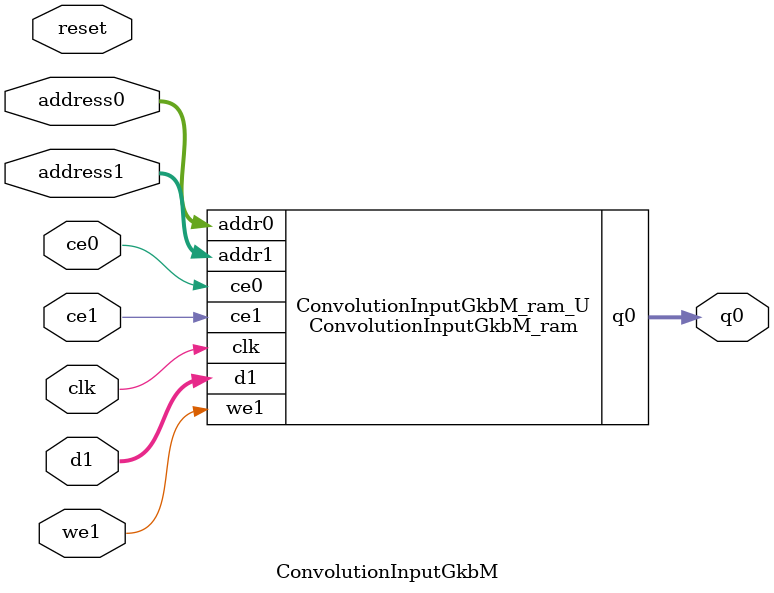
<source format=v>
`timescale 1 ns / 1 ps
module ConvolutionInputGkbM_ram (addr0, ce0, q0, addr1, ce1, d1, we1,  clk);

parameter DWIDTH = 32;
parameter AWIDTH = 6;
parameter MEM_SIZE = 60;

input[AWIDTH-1:0] addr0;
input ce0;
output reg[DWIDTH-1:0] q0;
input[AWIDTH-1:0] addr1;
input ce1;
input[DWIDTH-1:0] d1;
input we1;
input clk;

reg [DWIDTH-1:0] ram[0:MEM_SIZE-1];




always @(posedge clk)  
begin 
    if (ce0) begin
        q0 <= ram[addr0];
    end
end


always @(posedge clk)  
begin 
    if (ce1) begin
        if (we1) 
            ram[addr1] <= d1; 
    end
end


endmodule

`timescale 1 ns / 1 ps
module ConvolutionInputGkbM(
    reset,
    clk,
    address0,
    ce0,
    q0,
    address1,
    ce1,
    we1,
    d1);

parameter DataWidth = 32'd32;
parameter AddressRange = 32'd60;
parameter AddressWidth = 32'd6;
input reset;
input clk;
input[AddressWidth - 1:0] address0;
input ce0;
output[DataWidth - 1:0] q0;
input[AddressWidth - 1:0] address1;
input ce1;
input we1;
input[DataWidth - 1:0] d1;



ConvolutionInputGkbM_ram ConvolutionInputGkbM_ram_U(
    .clk( clk ),
    .addr0( address0 ),
    .ce0( ce0 ),
    .q0( q0 ),
    .addr1( address1 ),
    .ce1( ce1 ),
    .we1( we1 ),
    .d1( d1 ));

endmodule


</source>
